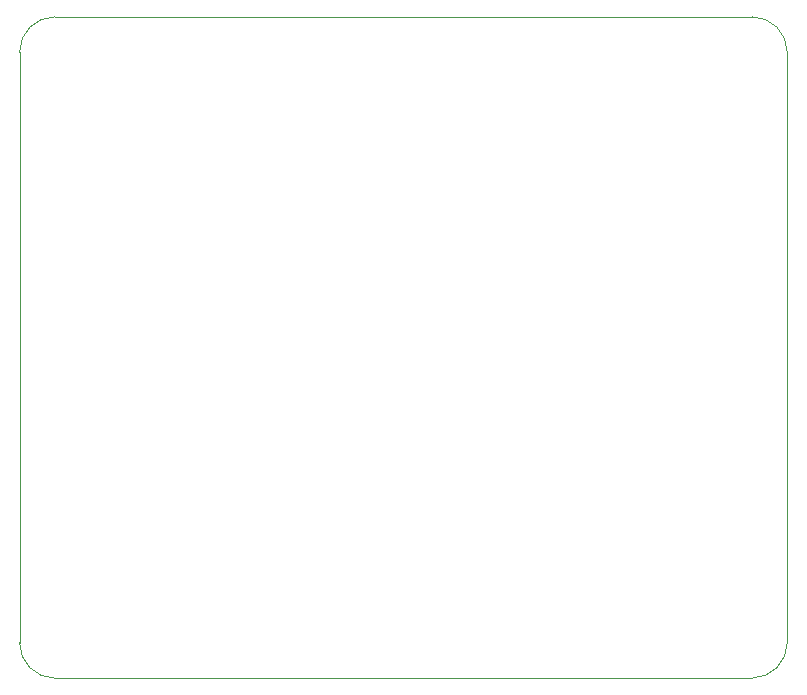
<source format=gbr>
G04 #@! TF.GenerationSoftware,KiCad,Pcbnew,5.1.5+dfsg1-2*
G04 #@! TF.CreationDate,2020-01-01T03:14:32+02:00*
G04 #@! TF.ProjectId,Morfeas_Rpi_Hat,4d6f7266-6561-4735-9f52-70695f486174,V1.0*
G04 #@! TF.SameCoordinates,Original*
G04 #@! TF.FileFunction,Profile,NP*
%FSLAX46Y46*%
G04 Gerber Fmt 4.6, Leading zero omitted, Abs format (unit mm)*
G04 Created by KiCad (PCBNEW 5.1.5+dfsg1-2) date 2020-01-01 03:14:32*
%MOMM*%
%LPD*%
G04 APERTURE LIST*
G04 #@! TA.AperFunction,Profile*
%ADD10C,0.050000*%
G04 #@! TD*
G04 APERTURE END LIST*
D10*
X176594000Y-119540000D02*
X183594000Y-119540000D01*
X183594000Y-63540000D02*
X176594000Y-63540000D01*
X176594000Y-63540000D02*
X124594000Y-63540000D01*
X124594000Y-119540000D02*
X176594000Y-119540000D01*
X121594000Y-116540000D02*
X121594000Y-66540000D01*
X186594000Y-66540000D02*
X186594000Y-116540000D01*
X186594000Y-116540000D02*
G75*
G02X183594000Y-119540000I-3000000J0D01*
G01*
X124594000Y-119540000D02*
G75*
G02X121594000Y-116540000I0J3000000D01*
G01*
X183594000Y-63540000D02*
G75*
G02X186594000Y-66540000I0J-3000000D01*
G01*
X121594000Y-66540000D02*
G75*
G02X124594000Y-63540000I3000000J0D01*
G01*
M02*

</source>
